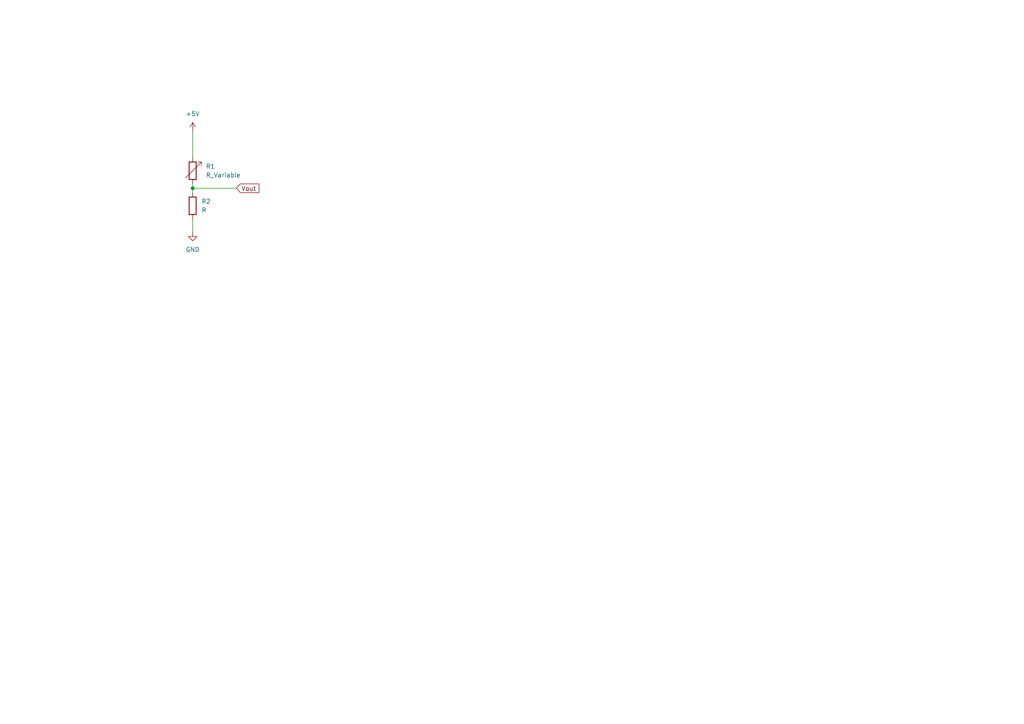
<source format=kicad_sch>
(kicad_sch (version 20230121) (generator eeschema)
  (paper "A4")
  (lib_symbols
    (symbol "Device:R" (pin_numbers hide) (pin_names (offset 0))
      (property "Reference" "R" (at 2.032 0 90))
      (property "Value" "R" (at 0 0 90))
      (symbol "R_0_1"
        (rectangle (start -1.016 -2.54) (end 1.016 2.54) (stroke (width 0.254)))
      )
      (symbol "R_1_1"
        (pin passive line (at 0 3.81 270) (length 1.27) (name "~") (number "1"))
        (pin passive line (at 0 -3.81 90) (length 1.27) (name "~") (number "2"))
      )
    )
    (symbol "Device:R_Variable" (pin_numbers hide) (pin_names (offset 0))
      (property "Reference" "R" (at 2.54 -2.54 90))
      (property "Value" "R_Variable" (at -2.54 -1.27 90))
      (symbol "R_Variable_0_1"
        (rectangle (start -1.016 -2.54) (end 1.016 2.54) (stroke (width 0.254)))
        (polyline (pts (xy 2.54 1.524) (xy 2.54 2.54) (xy 1.524 2.54) (xy 2.54 2.54) (xy -2.032 -2.032)))
      )
      (symbol "R_Variable_1_1"
        (pin passive line (at 0 3.81 270) (length 1.27) (name "~") (number "1"))
        (pin passive line (at 0 -3.81 90) (length 1.27) (name "~") (number "2"))
      )
    )
    (symbol "power:+5V" (power) (pin_names (offset 0))
      (property "Value" "+5V" (at 0 3.556 0))
      (symbol "+5V_0_1"
        (polyline (pts (xy -0.762 1.27) (xy 0 2.54)))
        (polyline (pts (xy 0 0) (xy 0 2.54)))
        (polyline (pts (xy 0 2.54) (xy 0.762 1.27)))
      )
      (symbol "+5V_1_1"
        (pin power_in line (at 0 0 90) (length 0) hide (name "+5V") (number "1"))
      )
    )
    (symbol "power:GND" (power) (pin_names (offset 0))
      (property "Value" "GND" (at 0 -3.81 0))
      (symbol "GND_0_1"
        (polyline (pts (xy 0 0) (xy 0 -1.27) (xy 1.27 -1.27) (xy 0 -2.54) (xy -1.27 -1.27) (xy 0 -1.27)))
      )
      (symbol "GND_1_1"
        (pin power_in line (at 0 0 270) (length 0) hide (name "GND") (number "1"))
      )
    )
  )
  (junction (at 55.88 54.61))
  (wire (pts (xy 55.88 54.61) (xy 55.88 55.88)))
  (wire (pts (xy 55.88 38.1) (xy 55.88 45.72)))
  (wire (pts (xy 55.88 54.61) (xy 68.58 54.61)))
  (wire (pts (xy 55.88 53.34) (xy 55.88 54.61)))
  (wire (pts (xy 55.88 63.5) (xy 55.88 67.31)))
  (global_label "Vout" (shape input) (at 68.58 54.61 0) (property "Intersheetrefs" "${INTERSHEET_REFS}" (effects hide)))
  (symbol (lib_id "Device:R_Variable") (at 55.88 49.53 0) (unit 1)
    (property "Reference" "R1" (at 59.69 48.26 0) (effects (justify left)))
    (property "Value" "R_Variable" (at 59.69 50.8 0) (effects (justify left)))
  )
  (symbol (lib_id "Device:R") (at 55.88 59.69 0) (unit 1)
    (property "Reference" "R2" (at 58.42 58.42 0) (effects (justify left)))
    (property "Value" "R" (at 58.42 60.96 0) (effects (justify left)))
  )
  (symbol (lib_id "power:+5V") (at 55.88 38.1 0) (unit 1)
    (property "Reference" "#PWR02" (effects hide))
    (property "Value" "+5V" (at 55.88 33.02 0))
  )
  (symbol (lib_id "power:GND") (at 55.88 67.31 0) (unit 1)
    (property "Reference" "#PWR01" (effects hide))
    (property "Value" "GND" (at 55.88 72.39 0))
  )
)
</source>
